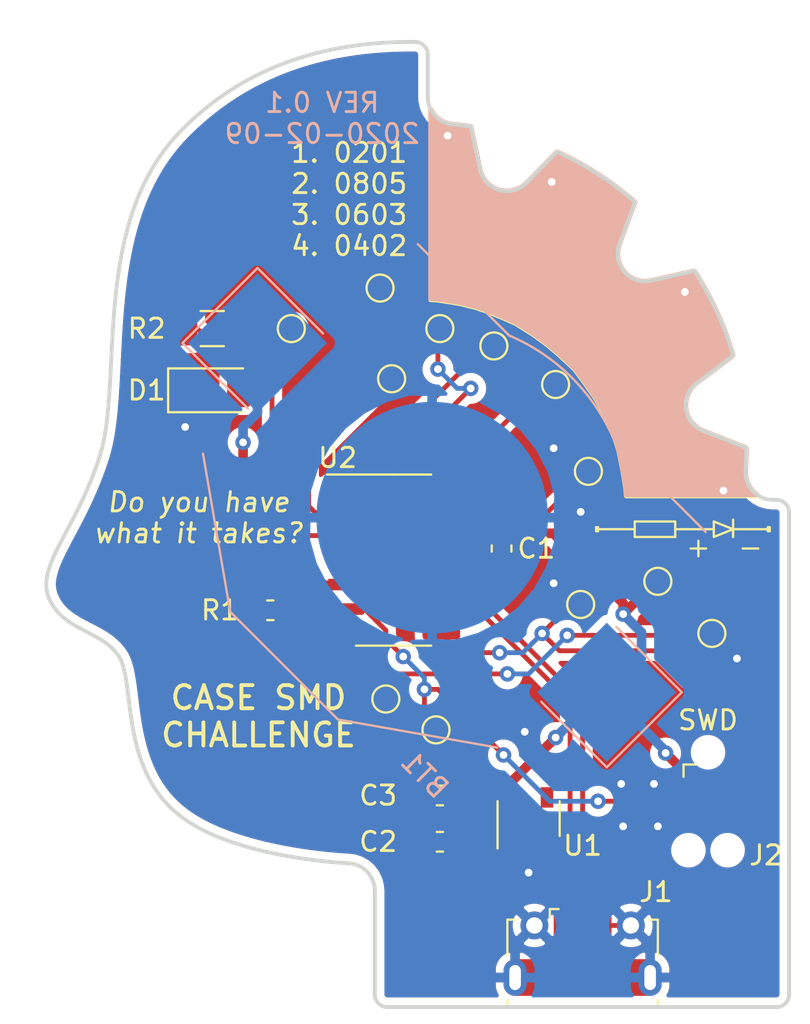
<source format=kicad_pcb>
(kicad_pcb (version 20171130) (host pcbnew "(5.1.5)-3")
  (layers (0 F.Cu signal) (31 B.Cu signal) (34 B.Paste user) (35 F.Paste user) (36 B.SilkS user) (37 F.SilkS user hide) (38 B.Mask user) (39 F.Mask user) (44 Edge.Cuts user))
  (net 0 "")
  (net 1 GND)
  (net 2 +BATT)
  (net 3 "Net-(D1-Pad2)")
  (net 4 "Net-(D2-Pad2)")
  (net 5 "Net-(D3-Pad2)")
  (net 6 "Net-(D4-Pad2)")
  (net 7 "Net-(D5-Pad2)")
  (net 8 /RST)
  (net 9 /LED_1206)
  (net 10 /LED_0805)
  (net 11 /LED_0603)
  (net 12 /LED_0402)
  (net 13 /LED_0201)
  (net 14 /SWDIO)
  (net 15 +5V)
  (net 16 /D+)
  (net 17 /D-)
  (net 18 /PA08)
  (net 19 /SWCLK)
  (net 20 /PA09)
  (module TestPoint:TestPoint_Pad_D1.0mm (layer F.Cu) (at 85.1 93)
    (fp_text reference TP12 hide)
    (fp_text value TestPoint)
    (fp_circle (center 0 0) (end 0 0.7) (layer F.SilkS) (width 0.12))
    (pad 1 smd circle (at 0 0) (size 1 1) (layers F.Cu F.Mask) (net 9 /LED_1206))
  )
  (module TestPoint:TestPoint_Pad_D1.0mm (layer F.Cu) (at 95.6 93.9)
    (fp_text reference TP11 hide)
    (fp_text value TestPoint)
    (fp_circle (center 0 0) (end 0 0.7) (layer F.SilkS) (width 0.12))
    (pad 1 smd circle (at 0 0) (size 1 1) (layers F.Cu F.Mask) (net 10 /LED_0805))
  )
  (module TestPoint:TestPoint_Pad_D1.0mm (layer F.Cu) (at 98.8 95.9)
    (fp_text reference TP10 hide)
    (fp_text value TestPoint)
    (fp_circle (center 0 0) (end 0 0.7) (layer F.SilkS) (width 0.12))
    (pad 1 smd circle (at 0 0) (size 1 1) (layers F.Cu F.Mask) (net 11 /LED_0603))
  )
  (module TestPoint:TestPoint_Pad_D1.0mm (layer F.Cu) (at 100.5 100.4)
    (fp_text reference TP9 hide)
    (fp_text value TestPoint)
    (fp_circle (center 0 0) (end 0 0.7) (layer F.SilkS) (width 0.12))
    (pad 1 smd circle (at 0 0) (size 1 1) (layers F.Cu F.Mask) (net 12 /LED_0402))
  )
  (module TestPoint:TestPoint_Pad_D1.0mm (layer F.Cu) (at 92.8 93)
    (fp_text reference TP8 hide)
    (fp_text value TestPoint)
    (fp_circle (center 0 0) (end 0 0.7) (layer F.SilkS) (width 0.12))
    (pad 1 smd circle (at 0 0) (size 1 1) (layers F.Cu F.Mask) (net 13 /LED_0201))
  )
  (module Connector:Tag-Connect_TC2030-IDC-NL_2x03_P1.27mm_Vertical (layer F.Cu) (at 106.7 117.5 270)
    (fp_text reference J2 (at 2.8 -3 180) (layer F.SilkS))
    (fp_text value Conn_02x03_Counter_Clockwise)
    (fp_line (start -1.27 1.27) (end -1.905 1.27) (layer F.SilkS) (width 0.12))
    (fp_line (start -1.905 1.27) (end -1.905 0.635) (layer F.SilkS) (width 0.12))
    (pad 6 connect circle (at 1.27 -0.635 270) (size 0.7874 0.7874) (layers F.Cu F.Mask))
    (pad 5 connect circle (at 1.27 0.635 270) (size 0.7874 0.7874) (layers F.Cu F.Mask) (net 1 GND))
    (pad 4 connect circle (at 0 -0.635 270) (size 0.7874 0.7874) (layers F.Cu F.Mask) (net 19 /SWCLK))
    (pad 3 connect circle (at 0 0.635 270) (size 0.7874 0.7874) (layers F.Cu F.Mask) (net 8 /RST))
    (pad 2 connect circle (at -1.27 -0.635 270) (size 0.7874 0.7874) (layers F.Cu F.Mask) (net 14 /SWDIO))
    (pad 1 connect circle (at -1.27 0.635 270) (size 0.7874 0.7874) (layers F.Cu F.Mask) (net 2 +BATT))
    (pad "" np_thru_hole circle (at -2.54 0 270) (size 0.9906 0.9906) (drill 0.9906) (layers *.Cu *.Mask))
    (pad "" np_thru_hole circle (at 2.54 1.016 270) (size 0.9906 0.9906) (drill 0.9906) (layers *.Cu *.Mask))
    (pad "" np_thru_hole circle (at 2.54 -1.016 270) (size 0.9906 0.9906) (drill 0.9906) (layers *.Cu *.Mask))
  )
  (module Package_SO:SOIC-14_3.9x8.7mm_P1.27mm (layer F.Cu) (at 90.4 105)
    (fp_text reference U2 (at -2.9 -5.3) (layer F.SilkS))
    (fp_text value ATSAMD11C14A-SS)
    (fp_line (start 0 -4.435) (end -3.45 -4.435) (layer F.SilkS) (width 0.12))
    (fp_line (start 0 -4.435) (end 1.95 -4.435) (layer F.SilkS) (width 0.12))
    (fp_line (start 0 4.435) (end -1.95 4.435) (layer F.SilkS) (width 0.12))
    (fp_line (start 0 4.435) (end 1.95 4.435) (layer F.SilkS) (width 0.12))
    (pad 14 smd roundrect (at 2.475 -3.81) (size 1.95 0.6) (layers F.Cu F.Paste F.Mask) (net 11 /LED_0603))
    (pad 13 smd roundrect (at 2.475 -2.54) (size 1.95 0.6) (layers F.Cu F.Paste F.Mask) (net 12 /LED_0402))
    (pad 12 smd roundrect (at 2.475 -1.27) (size 1.95 0.6) (layers F.Cu F.Paste F.Mask) (net 2 +BATT))
    (pad 11 smd roundrect (at 2.475 0) (size 1.95 0.6) (layers F.Cu F.Paste F.Mask) (net 1 GND))
    (pad 10 smd roundrect (at 2.475 1.27) (size 1.95 0.6) (layers F.Cu F.Paste F.Mask) (net 16 /D+))
    (pad 9 smd roundrect (at 2.475 2.54) (size 1.95 0.6) (layers F.Cu F.Paste F.Mask) (net 17 /D-))
    (pad 8 smd roundrect (at 2.475 3.81) (size 1.95 0.6) (layers F.Cu F.Paste F.Mask) (net 14 /SWDIO))
    (pad 7 smd roundrect (at -2.475 3.81) (size 1.95 0.6) (layers F.Cu F.Paste F.Mask) (net 19 /SWCLK))
    (pad 6 smd roundrect (at -2.475 2.54) (size 1.95 0.6) (layers F.Cu F.Paste F.Mask) (net 8 /RST))
    (pad 5 smd roundrect (at -2.475 1.27) (size 1.95 0.6) (layers F.Cu F.Paste F.Mask) (net 9 /LED_1206))
    (pad 4 smd roundrect (at -2.475 0) (size 1.95 0.6) (layers F.Cu F.Paste F.Mask) (net 13 /LED_0201))
    (pad 3 smd roundrect (at -2.475 -1.27) (size 1.95 0.6) (layers F.Cu F.Paste F.Mask) (net 20 /PA09))
    (pad 2 smd roundrect (at -2.475 -2.54) (size 1.95 0.6) (layers F.Cu F.Paste F.Mask) (net 18 /PA08))
    (pad 1 smd roundrect (at -2.475 -3.81) (size 1.95 0.6) (layers F.Cu F.Paste F.Mask) (net 10 /LED_0805))
  )
  (module Package_TO_SOT_SMD:SOT-23-5 (layer F.Cu) (at 97.4 118.4 90)
    (fp_text reference U1 (at -1.4 2.8 180) (layer F.SilkS))
    (fp_text value LD2981CM33TR)
    (fp_line (start 0.9 -1.61) (end -1.55 -1.61) (layer F.SilkS) (width 0.12))
    (fp_line (start -0.9 1.61) (end 0.9 1.61) (layer F.SilkS) (width 0.12))
    (pad 5 smd rect (at 1.1 -0.95 90) (size 1.06 0.65) (layers F.Cu F.Paste F.Mask) (net 2 +BATT))
    (pad 4 smd rect (at 1.1 0.95 90) (size 1.06 0.65) (layers F.Cu F.Paste F.Mask))
    (pad 3 smd rect (at -1.1 0.95 90) (size 1.06 0.65) (layers F.Cu F.Paste F.Mask) (net 15 +5V))
    (pad 2 smd rect (at -1.1 0 90) (size 1.06 0.65) (layers F.Cu F.Paste F.Mask) (net 1 GND))
    (pad 1 smd rect (at -1.1 -0.95 90) (size 1.06 0.65) (layers F.Cu F.Paste F.Mask) (net 15 +5V))
  )
  (module Connector_USB:USB_Micro-B_Molex-105017-0001 (layer F.Cu) (at 100.2 125.4)
    (fp_text reference J1 (at 3.8 -3.2) (layer F.SilkS))
    (fp_text value USB_B_Micro)
    (fp_line (start -1.7 -2.3125) (end -1.7 -1.8625) (layer F.SilkS) (width 0.12))
    (fp_line (start -1.7 -2.3125) (end -1.25 -2.3125) (layer F.SilkS) (width 0.12))
    (fp_line (start 3.9 -1.7625) (end 3.45 -1.7625) (layer F.SilkS) (width 0.12))
    (fp_line (start 3.9 0.0875) (end 3.9 -1.7625) (layer F.SilkS) (width 0.12))
    (fp_line (start -3.9 2.6375) (end -3.9 2.3875) (layer F.SilkS) (width 0.12))
    (fp_line (start 3.9 2.6375) (end 3.9 2.3875) (layer F.SilkS) (width 0.12))
    (fp_line (start -3.9 0.0875) (end -3.9 -1.7625) (layer F.SilkS) (width 0.12))
    (fp_line (start -3.9 -1.7625) (end -3.45 -1.7625) (layer F.SilkS) (width 0.12))
    (pad 6 smd rect (at -2.9 1.2375) (size 1.2 1.9) (layers F.Cu F.Mask) (net 1 GND))
    (pad 6 smd rect (at 2.9 1.2375) (size 1.2 1.9) (layers F.Cu F.Mask) (net 1 GND))
    (pad 6 thru_hole oval (at 3.5 1.2375) (size 1.2 1.9) (drill oval 0.6 1.3) (layers *.Cu *.Mask) (net 1 GND))
    (pad 6 thru_hole oval (at -3.5 1.2375 180) (size 1.2 1.9) (drill oval 0.6 1.3) (layers *.Cu *.Mask) (net 1 GND))
    (pad 6 smd rect (at -1 1.2375) (size 1.5 1.9) (layers F.Cu F.Paste F.Mask) (net 1 GND))
    (pad 6 thru_hole circle (at 2.5 -1.4625) (size 1.45 1.45) (drill 0.85) (layers *.Cu *.Mask) (net 1 GND))
    (pad 3 smd rect (at 0 -1.4625) (size 0.4 1.35) (layers F.Cu F.Paste F.Mask) (net 16 /D+))
    (pad 4 smd rect (at 0.65 -1.4625) (size 0.4 1.35) (layers F.Cu F.Paste F.Mask))
    (pad 5 smd rect (at 1.3 -1.4625) (size 0.4 1.35) (layers F.Cu F.Paste F.Mask) (net 1 GND))
    (pad 1 smd rect (at -1.3 -1.4625) (size 0.4 1.35) (layers F.Cu F.Paste F.Mask) (net 15 +5V))
    (pad 2 smd rect (at -0.65 -1.4625) (size 0.4 1.35) (layers F.Cu F.Paste F.Mask) (net 17 /D-))
    (pad 6 thru_hole circle (at -2.5 -1.4625) (size 1.45 1.45) (drill 0.85) (layers *.Cu *.Mask) (net 1 GND))
    (pad 6 smd rect (at 1 1.2375) (size 1.5 1.9) (layers F.Cu F.Paste F.Mask) (net 1 GND))
  )
  (module Capacitor_SMD:C_0603_1608Metric (layer F.Cu) (at 92.8 117.2 180)
    (fp_text reference C3 (at 3.2 0) (layer F.SilkS))
    (fp_text value 2.2uF)
    (fp_line (start -0.162779 0.51) (end 0.162779 0.51) (layer F.SilkS) (width 0.12))
    (fp_line (start -0.162779 -0.51) (end 0.162779 -0.51) (layer F.SilkS) (width 0.12))
    (pad 2 smd roundrect (at 0.7875 0 180) (size 0.875 0.95) (layers F.Cu F.Paste F.Mask) (net 1 GND))
    (pad 1 smd roundrect (at -0.7875 0 180) (size 0.875 0.95) (layers F.Cu F.Paste F.Mask) (net 2 +BATT))
  )
  (module TestPoint:TestPoint_Pad_D1.0mm (layer F.Cu) (at 89.7 90.9)
    (fp_text reference TP7 hide)
    (fp_text value TestPoint)
    (fp_circle (center 0 0) (end 0 0.7) (layer F.SilkS) (width 0.12))
    (pad 1 smd circle (at 0 0) (size 1 1) (layers F.Cu F.Mask) (net 20 /PA09))
  )
  (module TestPoint:TestPoint_Pad_D1.0mm (layer F.Cu) (at 100.1 107.3)
    (fp_text reference TP6 hide)
    (fp_text value TestPoint)
    (fp_circle (center 0 0) (end 0 0.7) (layer F.SilkS) (width 0.12))
    (pad 1 smd circle (at 0 0) (size 1 1) (layers F.Cu F.Mask) (net 14 /SWDIO))
  )
  (module TestPoint:TestPoint_Pad_D1.0mm (layer F.Cu) (at 90 112.2)
    (fp_text reference TP5 hide)
    (fp_text value TestPoint)
    (fp_circle (center 0 0) (end 0 0.7) (layer F.SilkS) (width 0.12))
    (pad 1 smd circle (at 0 0) (size 1 1) (layers F.Cu F.Mask) (net 19 /SWCLK))
  )
  (module TestPoint:TestPoint_Pad_D1.0mm (layer F.Cu) (at 90.3 95.6)
    (fp_text reference TP4 hide)
    (fp_text value TestPoint)
    (fp_circle (center 0 0) (end 0 0.7) (layer F.SilkS) (width 0.12))
    (pad 1 smd circle (at 0 0) (size 1 1) (layers F.Cu F.Mask) (net 18 /PA08))
  )
  (module TestPoint:TestPoint_Pad_D1.0mm (layer F.Cu) (at 92.6 113.8)
    (fp_text reference TP3 hide)
    (fp_text value TestPoint)
    (fp_circle (center 0 0) (end 0 0.7) (layer F.SilkS) (width 0.12))
    (pad 1 smd circle (at 0 0) (size 1 1) (layers F.Cu F.Mask) (net 8 /RST))
  )
  (module TestPoint:TestPoint_Pad_D1.0mm (layer F.Cu) (at 106.9 108.8)
    (fp_text reference TP2 hide)
    (fp_text value TestPoint)
    (fp_circle (center 0 0) (end 0 0.7) (layer F.SilkS) (width 0.12))
    (pad 1 smd circle (at 0 0) (size 1 1) (layers F.Cu F.Mask) (net 1 GND))
  )
  (module TestPoint:TestPoint_Pad_D1.0mm (layer F.Cu) (at 104.1 106.1)
    (fp_text reference TP1 hide)
    (fp_text value TestPoint)
    (fp_circle (center 0 0) (end 0 0.7) (layer F.SilkS) (width 0.12))
    (pad 1 smd circle (at 0 0) (size 1 1) (layers F.Cu F.Mask) (net 2 +BATT))
  )
  (module Resistor_SMD:R_0201_0603Metric (layer F.Cu) (at 93.2 88.4 270)
    (fp_text reference R6 hide)
    (fp_text value R)
    (pad 2 smd roundrect (at 0.32 0 270) (size 0.46 0.4) (layers F.Cu F.Mask) (net 13 /LED_0201))
    (pad 1 smd roundrect (at -0.32 0 270) (size 0.46 0.4) (layers F.Cu F.Mask) (net 7 "Net-(D5-Pad2)"))
  )
  (module Resistor_SMD:R_0402_1005Metric (layer F.Cu) (at 104.2 100.4 180)
    (fp_text reference R5 hide)
    (fp_text value R)
    (pad 2 smd roundrect (at 0.485 0 180) (size 0.59 0.64) (layers F.Cu F.Paste F.Mask) (net 12 /LED_0402))
    (pad 1 smd roundrect (at -0.485 0 180) (size 0.59 0.64) (layers F.Cu F.Paste F.Mask) (net 6 "Net-(D4-Pad2)"))
  )
  (module Resistor_SMD:R_0603_1608Metric (layer F.Cu) (at 102.4 94.2 205)
    (fp_text reference R4 hide)
    (fp_text value R)
    (fp_line (start -0.162779 0.51) (end 0.162779 0.51) (layer F.SilkS) (width 0.12))
    (fp_line (start -0.162779 -0.51) (end 0.162779 -0.51) (layer F.SilkS) (width 0.12))
    (pad 2 smd roundrect (at 0.7875 0 205) (size 0.875 0.95) (layers F.Cu F.Paste F.Mask) (net 11 /LED_0603))
    (pad 1 smd roundrect (at -0.7875 0 205) (size 0.875 0.95) (layers F.Cu F.Paste F.Mask) (net 5 "Net-(D3-Pad2)"))
  )
  (module Resistor_SMD:R_0805_2012Metric (layer F.Cu) (at 97.6 90 235)
    (fp_text reference R3 hide)
    (fp_text value R)
    (fp_line (start -0.258578 0.71) (end 0.258578 0.71) (layer F.SilkS) (width 0.12))
    (fp_line (start -0.258578 -0.71) (end 0.258578 -0.71) (layer F.SilkS) (width 0.12))
    (pad 2 smd roundrect (at 0.9375 0 235) (size 0.975 1.4) (layers F.Cu F.Paste F.Mask) (net 10 /LED_0805))
    (pad 1 smd roundrect (at -0.9375 0 235) (size 0.975 1.4) (layers F.Cu F.Paste F.Mask) (net 4 "Net-(D2-Pad2)"))
  )
  (module Resistor_SMD:R_1206_3216Metric (layer F.Cu) (at 81 93)
    (fp_text reference R2 (at -3.4 0) (layer F.SilkS))
    (fp_text value R)
    (fp_line (start -0.602064 0.91) (end 0.602064 0.91) (layer F.SilkS) (width 0.12))
    (fp_line (start -0.602064 -0.91) (end 0.602064 -0.91) (layer F.SilkS) (width 0.12))
    (pad 2 smd roundrect (at 1.4 0) (size 1.25 1.75) (layers F.Cu F.Paste F.Mask) (roundrect_rratio 0.2) (net 9 /LED_1206))
    (pad 1 smd roundrect (at -1.4 0) (size 1.25 1.75) (layers F.Cu F.Paste F.Mask) (roundrect_rratio 0.2) (net 3 "Net-(D1-Pad2)"))
  )
  (module Resistor_SMD:R_0603_1608Metric (layer F.Cu) (at 84.0125 107.6 180)
    (fp_text reference R1 (at 2.6125 0) (layer F.SilkS))
    (fp_text value R)
    (fp_line (start -0.162779 0.51) (end 0.162779 0.51) (layer F.SilkS) (width 0.12))
    (fp_line (start -0.162779 -0.51) (end 0.162779 -0.51) (layer F.SilkS) (width 0.12))
    (pad 2 smd roundrect (at 0.7875 0 180) (size 0.875 0.95) (layers F.Cu F.Paste F.Mask) (net 2 +BATT))
    (pad 1 smd roundrect (at -0.7875 0 180) (size 0.875 0.95) (layers F.Cu F.Paste F.Mask) (net 8 /RST))
  )
  (module LED_SMD:LED_0201_0603Metric (layer F.Cu) (at 93.2 84.4 270)
    (fp_text reference D5 hide)
    (fp_text value LED)
    (fp_circle (center -0.86 0) (end -0.81 0) (layer F.SilkS) (width 0.1))
    (pad 2 smd roundrect (at 0.32 0 270) (size 0.46 0.4) (layers F.Cu F.Mask) (net 7 "Net-(D5-Pad2)"))
    (pad 1 smd roundrect (at -0.32 0 270) (size 0.46 0.4) (layers F.Cu F.Mask) (net 1 GND))
  )
  (module LED_SMD:LED_0402_1005Metric (layer F.Cu) (at 107 100.4 180)
    (fp_text reference D4 hide)
    (fp_text value LED)
    (fp_circle (center -1.09 0) (end -1.04 0) (layer F.SilkS) (width 0.1))
    (pad 2 smd roundrect (at 0.485 0 180) (size 0.59 0.64) (layers F.Cu F.Paste F.Mask) (net 6 "Net-(D4-Pad2)"))
    (pad 1 smd roundrect (at -0.485 0 180) (size 0.59 0.64) (layers F.Cu F.Paste F.Mask) (net 1 GND))
  )
  (module LED_SMD:LED_0603_1608Metric (layer F.Cu) (at 105.4 92.8 205)
    (fp_text reference D3 hide)
    (fp_text value LED)
    (fp_line (start -1.485 0.735) (end 0.8 0.735) (layer F.SilkS) (width 0.12))
    (fp_line (start -1.485 -0.735) (end -1.485 0.735) (layer F.SilkS) (width 0.12))
    (fp_line (start 0.8 -0.735) (end -1.485 -0.735) (layer F.SilkS) (width 0.12))
    (pad 2 smd roundrect (at 0.7875 0 205) (size 0.875 0.95) (layers F.Cu F.Paste F.Mask) (net 5 "Net-(D3-Pad2)"))
    (pad 1 smd roundrect (at -0.7875 0 205) (size 0.875 0.95) (layers F.Cu F.Paste F.Mask) (net 1 GND))
  )
  (module LED_SMD:LED_0805_2012Metric (layer F.Cu) (at 99.6 87.2 235)
    (fp_text reference D2 hide)
    (fp_text value LED)
    (fp_line (start -1.685 0.96) (end 1 0.96) (layer F.SilkS) (width 0.12))
    (fp_line (start -1.685 -0.96) (end -1.685 0.96) (layer F.SilkS) (width 0.12))
    (fp_line (start 1 -0.96) (end -1.685 -0.96) (layer F.SilkS) (width 0.12))
    (pad 2 smd roundrect (at 0.9375 0 235) (size 0.975 1.4) (layers F.Cu F.Paste F.Mask) (net 4 "Net-(D2-Pad2)"))
    (pad 1 smd roundrect (at -0.9375 0 235) (size 0.975 1.4) (layers F.Cu F.Paste F.Mask) (net 1 GND))
  )
  (module LED_SMD:LED_1206_3216Metric (layer F.Cu) (at 81 96.2)
    (fp_text reference D1 (at -3.4 0) (layer F.SilkS))
    (fp_text value LED)
    (fp_line (start -2.285 1.135) (end 1.6 1.135) (layer F.SilkS) (width 0.12))
    (fp_line (start -2.285 -1.135) (end -2.285 1.135) (layer F.SilkS) (width 0.12))
    (fp_line (start 1.6 -1.135) (end -2.285 -1.135) (layer F.SilkS) (width 0.12))
    (pad 2 smd roundrect (at 1.4 0) (size 1.25 1.75) (layers F.Cu F.Paste F.Mask) (roundrect_rratio 0.2) (net 3 "Net-(D1-Pad2)"))
    (pad 1 smd roundrect (at -1.4 0) (size 1.25 1.75) (layers F.Cu F.Paste F.Mask) (roundrect_rratio 0.2) (net 1 GND))
  )
  (module Capacitor_SMD:C_0603_1608Metric (layer F.Cu) (at 92.8 119.6 180)
    (fp_text reference C2 (at 3.2 0 180) (layer F.SilkS))
    (fp_text value 1uF)
    (fp_line (start -0.162779 0.51) (end 0.162779 0.51) (layer F.SilkS) (width 0.12))
    (fp_line (start -0.162779 -0.51) (end 0.162779 -0.51) (layer F.SilkS) (width 0.12))
    (pad 2 smd roundrect (at 0.7875 0 180) (size 0.875 0.95) (layers F.Cu F.Paste F.Mask) (net 1 GND))
    (pad 1 smd roundrect (at -0.7875 0 180) (size 0.875 0.95) (layers F.Cu F.Paste F.Mask) (net 15 +5V))
  )
  (module Capacitor_SMD:C_0603_1608Metric (layer F.Cu) (at 96 104.4 270)
    (fp_text reference C1 (at 0 -1.8) (layer F.SilkS))
    (fp_text value 100nF)
    (fp_line (start -0.162779 0.51) (end 0.162779 0.51) (layer F.SilkS) (width 0.12))
    (fp_line (start -0.162779 -0.51) (end 0.162779 -0.51) (layer F.SilkS) (width 0.12))
    (pad 2 smd roundrect (at 0.7875 0 270) (size 0.875 0.95) (layers F.Cu F.Paste F.Mask) (net 1 GND))
    (pad 1 smd roundrect (at -0.7875 0 270) (size 0.875 0.95) (layers F.Cu F.Paste F.Mask) (net 2 +BATT))
  )
  (module Battery:BatteryHolder_Keystone_3002_1x2032 (layer B.Cu) (at 92.4 102.8 135)
    (fp_text reference BT1 (at -9.15 -9.7 315) (layer B.SilkS) (effects (justify mirror)))
    (fp_text value CR2032)
    (fp_line (start 15.55 2.75) (end 10.75 2.75) (layer B.SilkS) (width 0.12))
    (fp_line (start 15.55 -2.75) (end 15.55 2.75) (layer B.SilkS) (width 0.12))
    (fp_line (start 10.75 -2.75) (end 15.55 -2.75) (layer B.SilkS) (width 0.12))
    (fp_line (start -15.55 -2.75) (end -10.75 -2.75) (layer B.SilkS) (width 0.12))
    (fp_line (start -15.55 2.75) (end -15.55 -2.75) (layer B.SilkS) (width 0.12))
    (fp_line (start -10.75 2.75) (end -15.55 2.75) (layer B.SilkS) (width 0.12))
    (fp_line (start 10.55 9.5) (end 3.85 9.5) (layer B.SilkS) (width 0.12))
    (fp_arc (start 0 0) (end 3.85 9.5) (angle 44.1) (layer B.SilkS) (width 0.12))
    (fp_line (start -10.55 9.5) (end -3.85 9.5) (layer B.SilkS) (width 0.12))
    (fp_line (start 3.95 -10.85) (end 10.75 -6.05) (layer B.SilkS) (width 0.12))
    (fp_line (start -3.95 -10.85) (end 3.95 -10.85) (layer B.SilkS) (width 0.12))
    (fp_line (start -10.8 -6.05) (end -3.95 -10.85) (layer B.SilkS) (width 0.12))
    (pad 1 smd rect (at 12.8 0 135) (size 5.1 5.1) (layers B.Cu B.Paste B.Mask) (net 2 +BATT))
    (pad 1 smd rect (at -12.8 0 135) (size 5.1 5.1) (layers B.Cu B.Paste B.Mask) (net 2 +BATT))
    (pad 2 smd circle (at 0 0 135) (size 12 12) (layers B.Cu B.Mask) (net 1 GND))
  )
  (gr_line (start 108.5 104.4) (end 109.3 104.4) (layer F.SilkS) (width 0.12))
  (gr_line (start 106.2 104.7) (end 106.2 104.8) (layer F.SilkS) (width 0.12))
  (gr_line (start 105.8 104.4) (end 106.6 104.4) (layer F.SilkS) (width 0.12))
  (gr_line (start 106.2 104) (end 106.2 104.7) (layer F.SilkS) (width 0.12))
  (gr_line (start 101 103.5) (end 101 103.4) (layer F.SilkS) (width 0.12))
  (gr_line (start 100.9 103.5) (end 101 103.5) (layer F.SilkS) (width 0.12))
  (gr_line (start 100.9 103.4) (end 100.9 103.5) (layer F.SilkS) (width 0.12))
  (gr_line (start 100.9 103.3) (end 100.9 103.4) (layer F.SilkS) (width 0.12))
  (gr_line (start 101 103.3) (end 100.9 103.3) (layer F.SilkS) (width 0.12))
  (gr_line (start 101 103.4) (end 101 103.3) (layer F.SilkS) (width 0.12))
  (gr_line (start 109.8 103.5) (end 109.8 103.4) (layer F.SilkS) (width 0.12))
  (gr_line (start 109.9 103.5) (end 109.8 103.5) (layer F.SilkS) (width 0.12))
  (gr_line (start 109.9 103.3) (end 109.9 103.5) (layer F.SilkS) (width 0.12))
  (gr_line (start 109.8 103.3) (end 109.9 103.3) (layer F.SilkS) (width 0.12))
  (gr_line (start 109.8 103.4) (end 109.8 103.3) (layer F.SilkS) (width 0.12))
  (gr_line (start 108 103.4) (end 109.8 103.4) (layer F.SilkS) (width 0.12))
  (gr_line (start 108 103.8) (end 108 103.4) (layer F.SilkS) (width 0.12))
  (gr_line (start 108 102.9) (end 108 103.8) (layer F.SilkS) (width 0.12))
  (gr_line (start 107 103.8) (end 107 103.4) (layer F.SilkS) (width 0.12))
  (gr_line (start 108 103.4) (end 107 103.8) (layer F.SilkS) (width 0.12))
  (gr_line (start 107 103) (end 108 103.4) (layer F.SilkS) (width 0.12))
  (gr_line (start 107 103.4) (end 107 103) (layer F.SilkS) (width 0.12))
  (gr_line (start 105 103.4) (end 107 103.4) (layer F.SilkS) (width 0.12))
  (gr_line (start 102.9 103.8) (end 102.9 103.4) (layer F.SilkS) (width 0.12))
  (gr_line (start 105 103.8) (end 102.9 103.8) (layer F.SilkS) (width 0.12))
  (gr_line (start 105 103) (end 105 103.8) (layer F.SilkS) (width 0.12))
  (gr_line (start 102.9 103) (end 105 103) (layer F.SilkS) (width 0.12))
  (gr_line (start 102.9 103.4) (end 102.9 103) (layer F.SilkS) (width 0.12))
  (gr_line (start 101 103.4) (end 102.9 103.4) (layer F.SilkS) (width 0.12))
  (gr_text SWD (at 106.7 113.3) (layer F.SilkS) (effects (font (size 1 1))))
  (gr_text "Do you have\nwhat it takes?" (at 80.3 102.8) (layer F.SilkS) (effects (font (size 1 1) (thickness 0.15) italic)))
  (gr_text "REV 0.1\n2020-02-09" (at 86.7 82.1) (layer B.SilkS) (effects (font (size 1 1)) (justify mirror)))
  (gr_text "CASE SMD\nCHALLENGE" (at 83.4 113.1) (layer F.SilkS) (effects (font (size 1.2 1.2) (thickness 0.2))))
  (gr_text "1. 0201\n2. 0805\n3. 0603\n4. 0402" (at 88.1 86.3) (layer F.SilkS) (effects (font (size 1 1))))
  (gr_line (start 92.174229 80.996743) (end 92.174229 78.792424) (layer Edge.Cuts) (width 0.2))
  (gr_arc (start 90.076583 127.517275) (end 89.426583 127.517275) (angle -90) (layer Edge.Cuts) (width 0.2))
  (gr_curve (pts (xy 72.553198 107.004328) (xy 73.294028 108.709146) (xy 75.346513 108.637314) (xy 76.187908 110.033251)) (layer Edge.Cuts) (width 0.2))
  (gr_curve (pts (xy 91.530428 78.142454) (xy 86.502935 78.094499) (xy 82.462894 79.618038) (xy 79.410301 82.71307)) (layer Edge.Cuts) (width 0.2))
  (gr_curve (pts (xy 79.410301 82.71307) (xy 74.637573 87.552152) (xy 76.428751 95.694598) (xy 75.16837 99.621414)) (layer Edge.Cuts) (width 0.2))
  (gr_arc (start 91.524229 78.792424) (end 92.174229 78.792424) (angle -89.4535069) (layer Edge.Cuts) (width 0.2))
  (gr_curve (pts (xy 108.643236 100.353029) (xy 108.669306 99.967703) (xy 108.682556 99.578812) (xy 108.682556 99.18679)) (layer Edge.Cuts) (width 0.2))
  (gr_arc (start 110.252098 102.529559) (end 110.902098 102.529559) (angle -90) (layer Edge.Cuts) (width 0.2))
  (gr_line (start 110.902098 127.517275) (end 110.902098 102.529559) (layer Edge.Cuts) (width 0.2))
  (gr_line (start 89.426583 122.141201) (end 89.426583 127.517275) (layer Edge.Cuts) (width 0.2))
  (gr_curve (pts (xy 76.187908 110.033251) (xy 77.029303 111.429191) (xy 76.172584 115.886619) (xy 79.410301 118.313591)) (layer Edge.Cuts) (width 0.2))
  (gr_line (start 110.252098 101.879559) (end 110.069974 101.879559) (layer Edge.Cuts) (width 0.2))
  (gr_curve (pts (xy 75.16837 99.621414) (xy 73.907989 103.548229) (xy 71.812369 105.299509) (xy 72.553198 107.004328)) (layer Edge.Cuts) (width 0.2))
  (gr_curve (pts (xy 79.410301 118.313591) (xy 82.310674 120.487689) (xy 88.052479 120.712293) (xy 88.052479 120.712295)) (layer Edge.Cuts) (width 0.2))
  (gr_arc (start 110.069974 100.449559) (end 108.643236 100.353029) (angle -93.87061426) (layer Edge.Cuts) (width 0.2))
  (gr_arc (start 110.252098 127.517275) (end 110.252098 128.167275) (angle -90) (layer Edge.Cuts) (width 0.2))
  (gr_line (start 90.076583 128.167275) (end 110.252098 128.167275) (layer Edge.Cuts) (width 0.2))
  (gr_arc (start 87.996584 122.141201) (end 89.426583 122.141201) (angle -87.75988116) (layer Edge.Cuts) (width 0.2))
  (gr_curve (pts (xy 94.406103 82.527415) (xy 94.100516 82.483616) (xy 93.792257 82.448223) (xy 93.481562 82.421472)) (layer Edge.Cuts) (width 0.2))
  (gr_arc (start 96.274401 84.444687) (end 94.875499 84.741288) (angle -123.5306169) (layer Edge.Cuts) (width 0.2))
  (gr_line (start 98.876106 83.837298) (end 97.294374 85.446961) (layer Edge.Cuts) (width 0.2))
  (gr_line (start 105.99827 90.016577) (end 103.754928 90.517187) (layer Edge.Cuts) (width 0.2))
  (gr_curve (pts (xy 102.913471 86.443949) (xy 101.70655 85.389858) (xy 100.348279 84.508346) (xy 98.876106 83.837298)) (layer Edge.Cuts) (width 0.2))
  (gr_arc (start 106.968857 96.966396) (end 106.108716 95.824004) (angle -121.7322701) (layer Edge.Cuts) (width 0.2))
  (gr_arc (start 103.443479 89.121516) (end 102.103146 88.623111) (angle -122.9774133) (layer Edge.Cuts) (width 0.2))
  (gr_line (start 106.108716 95.824004) (end 108 94.4) (layer Edge.Cuts) (width 0.2))
  (gr_curve (pts (xy 108.682556 99.18679) (xy 108.682556 99.174902) (xy 107.938247 98.878905) (xy 106.449627 98.298799)) (layer Edge.Cuts) (width 0.2))
  (gr_arc (start 93.604229 80.996743) (end 92.174229 80.996743) (angle -85.07907121) (layer Edge.Cuts) (width 0.2))
  (gr_line (start 102.103146 88.623111) (end 102.913471 86.443949) (layer Edge.Cuts) (width 0.2))
  (gr_line (start 94.875499 84.741288) (end 94.406103 82.527415) (layer Edge.Cuts) (width 0.2))
  (gr_curve (pts (xy 108 94.4) (xy 107.540705 92.831021) (xy 106.861407 91.357683) (xy 105.99827 90.016577)) (layer Edge.Cuts) (width 0.2))
  (via (at 93.2 83) (size 0.8) (drill 0.4) (layers F.Cu B.Cu) (net 1))
  (via (at 98.6 85.4) (size 0.8) (drill 0.4) (layers F.Cu B.Cu) (net 1))
  (via (at 105.5 91.1) (size 0.8) (drill 0.4) (layers F.Cu B.Cu) (net 1))
  (via (at 107.5 101.4) (size 0.8) (drill 0.4) (layers F.Cu B.Cu) (net 1))
  (segment (start 105.8 91.8) (end 105.5 91.1) (width 0.5) (layer F.Cu) (net 1))
  (segment (start 106.113717 92.467188) (end 105.8 91.8) (width 0.5) (layer F.Cu) (net 1))
  (segment (start 107.485 101.385) (end 107.5 101.4) (width 0.5) (layer F.Cu) (net 1))
  (segment (start 107.485 100.4) (end 107.485 101.385) (width 0.5) (layer F.Cu) (net 1))
  (segment (start 99.2 85.8) (end 100.137728 86.432045) (width 0.5) (layer F.Cu) (net 1))
  (segment (start 98.6 85.4) (end 99.2 85.8) (width 0.5) (layer F.Cu) (net 1))
  (segment (start 93.2 83) (end 93.2 84.03999) (width 0.5) (layer F.Cu) (net 1))
  (segment (start 99.2 126.6375) (end 96.7 126.6375) (width 0.5) (layer F.Cu) (net 1))
  (segment (start 101.2 126.6375) (end 103.7 126.6375) (width 0.5) (layer F.Cu) (net 1))
  (via (at 104.1 118.8) (size 0.8) (drill 0.4) (layers F.Cu B.Cu) (net 1))
  (segment (start 106.065 118.77) (end 104.13 118.77) (width 0.5) (layer F.Cu) (net 1))
  (segment (start 104.13 118.77) (end 104.1 118.8) (width 0.5) (layer F.Cu) (net 1))
  (via (at 97.4 121.2) (size 0.8) (drill 0.4) (layers F.Cu B.Cu) (net 1))
  (segment (start 97.4 119.5) (end 97.4 121.2) (width 0.5) (layer F.Cu) (net 1))
  (segment (start 101.5 123.9375) (end 102.7 123.9375) (width 0.25) (layer F.Cu) (net 1))
  (segment (start 92.0125 119.6) (end 92.0125 117.2) (width 0.5) (layer F.Cu) (net 1))
  (segment (start 95.8125 105) (end 96 105.1875) (width 0.5) (layer F.Cu) (net 1))
  (segment (start 92.875 105) (end 95.8125 105) (width 0.5) (layer F.Cu) (net 1))
  (via (at 98.7 106.2) (size 0.8) (drill 0.4) (layers F.Cu B.Cu) (net 1))
  (segment (start 96 105.1875) (end 97.6875 105.1875) (width 0.5) (layer F.Cu) (net 1))
  (segment (start 97.6875 105.1875) (end 98.7 106.2) (width 0.5) (layer F.Cu) (net 1))
  (via (at 79.6 98.1) (size 0.8) (drill 0.4) (layers F.Cu B.Cu) (net 1))
  (segment (start 79.6 96.2) (end 79.6 98.1) (width 0.5) (layer F.Cu) (net 1))
  (via (at 108.2 110.1) (size 0.8) (drill 0.4) (layers F.Cu B.Cu) (net 1))
  (segment (start 106.9 108.8) (end 108.2 110.1) (width 0.5) (layer F.Cu) (net 1))
  (via (at 102.3 118.8) (size 0.8) (drill 0.4) (layers F.Cu B.Cu) (net 1))
  (via (at 102.2 116.6) (size 0.8) (drill 0.4) (layers F.Cu B.Cu) (net 1))
  (via (at 103.9 116.6) (size 0.8) (drill 0.4) (layers F.Cu B.Cu) (net 1))
  (via (at 97.2 113.9) (size 0.8) (drill 0.4) (layers F.Cu B.Cu) (net 1))
  (via (at 100.1 102.5) (size 0.8) (drill 0.4) (layers F.Cu B.Cu) (net 1))
  (via (at 98.7 99.2) (size 0.8) (drill 0.4) (layers F.Cu B.Cu) (net 1))
  (segment (start 96.35 117.2) (end 96.45 117.3) (width 0.5) (layer F.Cu) (net 2))
  (segment (start 93.5875 117.2) (end 96.35 117.2) (width 0.5) (layer F.Cu) (net 2))
  (segment (start 95.8825 103.73) (end 96 103.6125) (width 0.5) (layer F.Cu) (net 2))
  (segment (start 92.875 103.73) (end 95.8825 103.73) (width 0.5) (layer F.Cu) (net 2))
  (via (at 102.3 107.8) (size 0.8) (drill 0.4) (layers F.Cu B.Cu) (net 2))
  (segment (start 103.254089 108.754089) (end 102.3 107.8) (width 0.5) (layer B.Cu) (net 2))
  (segment (start 101.450967 111.850967) (end 103.254089 110.047845) (width 0.5) (layer B.Cu) (net 2))
  (segment (start 103.254089 110.047845) (end 103.254089 108.754089) (width 0.5) (layer B.Cu) (net 2))
  (segment (start 96.475 103.6125) (end 96 103.6125) (width 0.5) (layer F.Cu) (net 2))
  (segment (start 102.3 107.234315) (end 98.678185 103.6125) (width 0.5) (layer F.Cu) (net 2))
  (segment (start 98.678185 103.6125) (end 96.475 103.6125) (width 0.5) (layer F.Cu) (net 2))
  (segment (start 102.3 107.8) (end 102.3 107.234315) (width 0.5) (layer F.Cu) (net 2))
  (via (at 104.5 115) (size 0.8) (drill 0.4) (layers F.Cu B.Cu) (net 2))
  (segment (start 106.065 116.23) (end 105.73 116.23) (width 0.5) (layer F.Cu) (net 2))
  (segment (start 105.73 116.23) (end 104.5 115) (width 0.5) (layer F.Cu) (net 2))
  (segment (start 104.5 114.9) (end 101.450967 111.850967) (width 0.5) (layer B.Cu) (net 2))
  (segment (start 104.5 115) (end 104.5 114.9) (width 0.5) (layer B.Cu) (net 2))
  (segment (start 83.225 108.075) (end 90.45 115.3) (width 0.5) (layer F.Cu) (net 2))
  (segment (start 83.225 107.6) (end 83.225 108.075) (width 0.5) (layer F.Cu) (net 2))
  (segment (start 93.5875 116.725) (end 93.5875 117.2) (width 0.5) (layer F.Cu) (net 2))
  (segment (start 92.1625 115.3) (end 93.5875 116.725) (width 0.5) (layer F.Cu) (net 2))
  (segment (start 90.45 115.3) (end 92.1625 115.3) (width 0.5) (layer F.Cu) (net 2))
  (segment (start 101.149033 111.850967) (end 101.450967 111.850967) (width 0.5) (layer B.Cu) (net 2))
  (segment (start 98.8 114.2) (end 101.149033 111.850967) (width 0.5) (layer B.Cu) (net 2))
  (segment (start 96.45 116.55) (end 96.45 117.3) (width 0.5) (layer F.Cu) (net 2))
  (via (at 98.8 114.2) (size 0.8) (drill 0.4) (layers F.Cu B.Cu) (net 2))
  (segment (start 98.8 114.2) (end 96.45 116.55) (width 0.5) (layer F.Cu) (net 2))
  (segment (start 104 106.1) (end 102.3 107.8) (width 0.5) (layer F.Cu) (net 2))
  (segment (start 104.1 106.1) (end 104 106.1) (width 0.5) (layer F.Cu) (net 2))
  (segment (start 82.6 98.104311) (end 82.6 98.9) (width 0.5) (layer B.Cu) (net 2))
  (segment (start 83.349033 93.749033) (end 83.349033 97.355278) (width 0.5) (layer B.Cu) (net 2))
  (via (at 82.6 98.9) (size 0.8) (drill 0.4) (layers F.Cu B.Cu) (net 2))
  (segment (start 83.349033 97.355278) (end 82.6 98.104311) (width 0.5) (layer B.Cu) (net 2))
  (segment (start 82.7875 107.6) (end 83.225 107.6) (width 0.5) (layer F.Cu) (net 2))
  (segment (start 82.6 107.4125) (end 82.7875 107.6) (width 0.5) (layer F.Cu) (net 2))
  (segment (start 82.6 98.9) (end 82.6 107.4125) (width 0.5) (layer F.Cu) (net 2))
  (segment (start 82.4 95.325) (end 82.4 96.2) (width 0.25) (layer F.Cu) (net 3))
  (segment (start 80.225 93) (end 82.4 95.175) (width 0.25) (layer F.Cu) (net 3))
  (segment (start 82.4 95.175) (end 82.4 95.325) (width 0.25) (layer F.Cu) (net 3))
  (segment (start 79.6 93) (end 80.225 93) (width 0.25) (layer F.Cu) (net 3))
  (segment (start 98.6 88.6) (end 99.062272 87.967955) (width 0.25) (layer F.Cu) (net 4))
  (segment (start 98.137728 89.232045) (end 98.6 88.6) (width 0.25) (layer F.Cu) (net 4))
  (segment (start 103.9 93.5) (end 104.686283 93.132812) (width 0.25) (layer F.Cu) (net 5))
  (segment (start 103.113717 93.867188) (end 103.9 93.5) (width 0.25) (layer F.Cu) (net 5))
  (segment (start 104.685 100.4) (end 106.515 100.4) (width 0.25) (layer F.Cu) (net 6))
  (segment (start 93.2 84.95) (end 93.2 88.08) (width 0.25) (layer F.Cu) (net 7))
  (segment (start 93.2 84.72) (end 93.2 84.95) (width 0.25) (layer F.Cu) (net 7))
  (segment (start 84.86 107.54) (end 84.8 107.6) (width 0.25) (layer F.Cu) (net 8))
  (segment (start 87.925 107.54) (end 84.86 107.54) (width 0.25) (layer F.Cu) (net 8))
  (segment (start 106.065 117.5) (end 104.326998 117.5) (width 0.25) (layer F.Cu) (net 8))
  (via (at 96.1 115.1) (size 0.8) (drill 0.4) (layers F.Cu B.Cu) (net 8))
  (segment (start 96.1 115.1) (end 92.7 111.7) (width 0.25) (layer F.Cu) (net 8))
  (via (at 92 111.7) (size 0.8) (drill 0.4) (layers F.Cu B.Cu) (net 8))
  (segment (start 92.7 111.7) (end 92 111.7) (width 0.25) (layer F.Cu) (net 8))
  (via (at 90.9 110) (size 0.8) (drill 0.4) (layers F.Cu B.Cu) (net 8))
  (segment (start 92 111.7) (end 92 111.1) (width 0.25) (layer B.Cu) (net 8))
  (segment (start 92 111.1) (end 90.9 110) (width 0.25) (layer B.Cu) (net 8))
  (segment (start 90.9 110) (end 90 109.1) (width 0.25) (layer F.Cu) (net 8))
  (segment (start 88.9 107.54) (end 87.925 107.54) (width 0.25) (layer F.Cu) (net 8))
  (segment (start 90 108.64) (end 88.9 107.54) (width 0.25) (layer F.Cu) (net 8))
  (segment (start 90 109.1) (end 90 108.64) (width 0.25) (layer F.Cu) (net 8))
  (via (at 101 117.5) (size 0.8) (drill 0.4) (layers F.Cu B.Cu) (net 8))
  (segment (start 104.326998 117.5) (end 101 117.5) (width 0.25) (layer F.Cu) (net 8))
  (segment (start 98.5 117.5) (end 96.1 115.1) (width 0.25) (layer B.Cu) (net 8))
  (segment (start 101 117.5) (end 98.5 117.5) (width 0.25) (layer B.Cu) (net 8))
  (segment (start 92.6 113.8) (end 92 113.2) (width 0.25) (layer F.Cu) (net 8))
  (segment (start 92 113.2) (end 92 112.6) (width 0.25) (layer F.Cu) (net 8))
  (segment (start 92 112.6) (end 92 111.7) (width 0.25) (layer F.Cu) (net 8))
  (segment (start 82.4 93) (end 85.1 93) (width 0.25) (layer F.Cu) (net 9))
  (segment (start 86.95 106.27) (end 84.1 103.42) (width 0.25) (layer F.Cu) (net 9))
  (segment (start 87.925 106.27) (end 86.95 106.27) (width 0.25) (layer F.Cu) (net 9))
  (segment (start 84.1 94) (end 85.1 93) (width 0.25) (layer F.Cu) (net 9))
  (segment (start 84.1 103.42) (end 84.1 94) (width 0.25) (layer F.Cu) (net 9))
  (segment (start 96.2 92.5) (end 97.062272 90.767955) (width 0.25) (layer F.Cu) (net 10))
  (segment (start 95.6 93.9) (end 96.2 92.5) (width 0.25) (layer F.Cu) (net 10))
  (segment (start 95.215 93.9) (end 95.6 93.9) (width 0.25) (layer F.Cu) (net 10))
  (segment (start 87.925 101.19) (end 95.215 93.9) (width 0.25) (layer F.Cu) (net 10))
  (segment (start 100.319095 95.2) (end 101.686283 94.532812) (width 0.25) (layer F.Cu) (net 11))
  (segment (start 98.8 95.9) (end 100.319095 95.2) (width 0.25) (layer F.Cu) (net 11))
  (segment (start 98.165 95.9) (end 98.8 95.9) (width 0.25) (layer F.Cu) (net 11))
  (segment (start 92.875 101.19) (end 98.165 95.9) (width 0.25) (layer F.Cu) (net 11))
  (segment (start 100.5 100.4) (end 103.715 100.4) (width 0.25) (layer F.Cu) (net 12))
  (segment (start 98.44 102.46) (end 100.5 100.4) (width 0.25) (layer F.Cu) (net 12))
  (segment (start 92.875 102.46) (end 98.44 102.46) (width 0.25) (layer F.Cu) (net 12))
  (segment (start 93.2 92.6) (end 92.8 93) (width 0.25) (layer F.Cu) (net 13))
  (segment (start 93.2 88.72) (end 93.2 92.6) (width 0.25) (layer F.Cu) (net 13))
  (segment (start 87.925 105) (end 89.1 105) (width 0.25) (layer F.Cu) (net 13))
  (segment (start 89.1 105) (end 89.22501 104.87499) (width 0.25) (layer F.Cu) (net 13))
  (segment (start 89.22501 104.87499) (end 89.9 104.2) (width 0.25) (layer F.Cu) (net 13))
  (segment (start 89.9 104.2) (end 89.9 100.6) (width 0.25) (layer F.Cu) (net 13))
  (via (at 94.4 96.1) (size 0.8) (drill 0.4) (layers F.Cu B.Cu) (net 13))
  (segment (start 89.9 100.6) (end 94.4 96.1) (width 0.25) (layer F.Cu) (net 13))
  (via (at 92.7 95.1) (size 0.8) (drill 0.4) (layers F.Cu B.Cu) (net 13))
  (segment (start 94.4 96.1) (end 93.7 96.1) (width 0.25) (layer B.Cu) (net 13))
  (segment (start 93.7 96.1) (end 92.7 95.1) (width 0.25) (layer B.Cu) (net 13))
  (segment (start 92.7 93.1) (end 92.8 93) (width 0.25) (layer F.Cu) (net 13))
  (segment (start 92.7 95.1) (end 92.7 93.1) (width 0.25) (layer F.Cu) (net 13))
  (segment (start 107.335 116.23) (end 108.07 116.23) (width 0.25) (layer F.Cu) (net 14))
  (segment (start 108.07 116.23) (end 108.4 115.9) (width 0.25) (layer F.Cu) (net 14))
  (segment (start 108.4 115.9) (end 108.4 115.445954) (width 0.25) (layer F.Cu) (net 14))
  (segment (start 108.4 115.445954) (end 108.4 113.9) (width 0.25) (layer F.Cu) (net 14))
  (segment (start 108.4 113.9) (end 104.2 109.7) (width 0.25) (layer F.Cu) (net 14))
  (via (at 98.1 108.8) (size 0.8) (drill 0.4) (layers F.Cu B.Cu) (net 14))
  (segment (start 104.2 109.7) (end 99 109.7) (width 0.25) (layer F.Cu) (net 14))
  (segment (start 99 109.7) (end 98.1 108.8) (width 0.25) (layer F.Cu) (net 14))
  (segment (start 93.865 109.8) (end 92.875 108.81) (width 0.25) (layer F.Cu) (net 14))
  (via (at 95.9 109.8) (size 0.8) (drill 0.4) (layers F.Cu B.Cu) (net 14))
  (segment (start 95.9 109.8) (end 93.865 109.8) (width 0.25) (layer F.Cu) (net 14))
  (segment (start 97.1 109.8) (end 98.1 108.8) (width 0.25) (layer B.Cu) (net 14))
  (segment (start 95.9 109.8) (end 97.1 109.8) (width 0.25) (layer B.Cu) (net 14))
  (segment (start 99.6 107.3) (end 100.1 107.3) (width 0.25) (layer F.Cu) (net 14))
  (segment (start 98.1 108.8) (end 99.6 107.3) (width 0.25) (layer F.Cu) (net 14))
  (segment (start 96.35 119.6) (end 96.45 119.5) (width 0.25) (layer F.Cu) (net 15))
  (segment (start 93.5875 119.6) (end 96.35 119.6) (width 0.25) (layer F.Cu) (net 15))
  (segment (start 98.274999 118.644999) (end 98.35 118.72) (width 0.25) (layer F.Cu) (net 15))
  (segment (start 96.45 118.72) (end 96.525001 118.644999) (width 0.25) (layer F.Cu) (net 15))
  (segment (start 98.35 118.72) (end 98.35 119.5) (width 0.25) (layer F.Cu) (net 15))
  (segment (start 96.525001 118.644999) (end 98.274999 118.644999) (width 0.25) (layer F.Cu) (net 15))
  (segment (start 96.45 119.5) (end 96.45 118.72) (width 0.25) (layer F.Cu) (net 15))
  (segment (start 98.9 120.05) (end 98.35 119.5) (width 0.25) (layer F.Cu) (net 15))
  (segment (start 98.9 123.9375) (end 98.9 120.05) (width 0.25) (layer F.Cu) (net 15))
  (segment (start 94.10641 106.27) (end 93.85 106.27) (width 0.25) (layer F.Cu) (net 16))
  (segment (start 100.2 112.36359) (end 94.10641 106.27) (width 0.25) (layer F.Cu) (net 16))
  (segment (start 93.85 106.27) (end 92.875 106.27) (width 0.25) (layer F.Cu) (net 16))
  (segment (start 100.2 123.9375) (end 100.2 112.36359) (width 0.25) (layer F.Cu) (net 16))
  (segment (start 99.55 123.9375) (end 99.55 112.35) (width 0.25) (layer F.Cu) (net 17))
  (segment (start 94.74 107.54) (end 92.875 107.54) (width 0.25) (layer F.Cu) (net 17))
  (segment (start 99.55 112.35) (end 94.74 107.54) (width 0.25) (layer F.Cu) (net 17))
  (segment (start 87.625 102.76) (end 86.56 102.76) (width 0.25) (layer F.Cu) (net 18))
  (segment (start 87.925 102.46) (end 87.625 102.76) (width 0.25) (layer F.Cu) (net 18))
  (segment (start 86.56 102.76) (end 86 102.2) (width 0.25) (layer F.Cu) (net 18))
  (segment (start 86 99.9) (end 90.3 95.6) (width 0.25) (layer F.Cu) (net 18))
  (segment (start 86 102.2) (end 86 99.9) (width 0.25) (layer F.Cu) (net 18))
  (via (at 99.4 108.9) (size 0.8) (drill 0.4) (layers F.Cu B.Cu) (net 19))
  (segment (start 107.891775 117.5) (end 108.85001 116.541765) (width 0.25) (layer F.Cu) (net 19))
  (segment (start 107.335 117.5) (end 107.891775 117.5) (width 0.25) (layer F.Cu) (net 19))
  (segment (start 108.85001 116.541765) (end 108.850009 113.713599) (width 0.25) (layer F.Cu) (net 19))
  (segment (start 108.850009 113.713599) (end 104.03641 108.9) (width 0.25) (layer F.Cu) (net 19))
  (segment (start 104.03641 108.9) (end 99.4 108.9) (width 0.25) (layer F.Cu) (net 19))
  (via (at 96.3 110.9) (size 0.8) (drill 0.4) (layers F.Cu B.Cu) (net 19))
  (segment (start 99.4 108.9) (end 97.4 110.9) (width 0.25) (layer B.Cu) (net 19))
  (segment (start 97.4 110.9) (end 96.3 110.9) (width 0.25) (layer B.Cu) (net 19))
  (segment (start 90.015 110.9) (end 87.925 108.81) (width 0.25) (layer F.Cu) (net 19))
  (segment (start 96.3 110.9) (end 90.015 110.9) (width 0.25) (layer F.Cu) (net 19))
  (segment (start 90.015 111.477894) (end 90.015 110.9) (width 0.25) (layer F.Cu) (net 19))
  (segment (start 90 111.492894) (end 90.015 111.477894) (width 0.25) (layer F.Cu) (net 19))
  (segment (start 90 112.2) (end 90 111.492894) (width 0.25) (layer F.Cu) (net 19))
  (segment (start 89.7 93.8) (end 89.7 90.9) (width 0.25) (layer F.Cu) (net 20))
  (segment (start 85.1 98.4) (end 89.7 93.8) (width 0.25) (layer F.Cu) (net 20))
  (segment (start 85.1 103.1) (end 85.1 98.4) (width 0.25) (layer F.Cu) (net 20))
  (segment (start 87.925 103.73) (end 85.73 103.73) (width 0.25) (layer F.Cu) (net 20))
  (segment (start 85.73 103.73) (end 85.1 103.1) (width 0.25) (layer F.Cu) (net 20))
  (zone (net 1) (net_name GND) (layer B.Cu) (connect_pads (clearance 0.4)) (min_thickness 0.2) (fill yes (arc_segments 32) (thermal_gap 0.4) (thermal_bridge_width 0.5))
    (polygon (pts (xy 112 129) (xy 112 76) (xy 70 76) (xy 70 129)))
  )
  (zone (net 0) (net_name "") (layer F.SilkS) (connect_pads (clearance 0.508)) (min_thickness 0.254) (fill yes (arc_segments 32) (thermal_gap 0.508) (thermal_bridge_width 0.508))
    (polygon (pts (xy 92.2 78.2) (xy 92.2 91.625) (xy 92.675 91.65) (xy 93.325 91.75) (xy 93.9 91.85) (xy 94.6 92.025) (xy 95.2 92.225) (xy 96 92.55) (xy 96.675 92.85) (xy 97.55 93.4) (xy 98.275 93.925) (xy 98.975 94.525) (xy 99.7 95.2) (xy 100.25 95.95) (xy 100.775 96.7) (xy 101.5 98) (xy 101.725 98.65) (xy 101.95 99.35) (xy 102.15 100.35) (xy 102.3 101.25) (xy 102.35 101.8) (xy 111 101.8) (xy 111 78.4)))
  )
  (zone (net 0) (net_name "") (layer B.SilkS) (connect_pads (clearance 0.508)) (min_thickness 0.254) (fill yes (arc_segments 32) (thermal_gap 0.508) (thermal_bridge_width 0.508))
    (polygon (pts (xy 92.2 78.143657) (xy 92.2 91.568657) (xy 92.675 91.593657) (xy 93.325 91.693657) (xy 93.9 91.793657) (xy 94.6 91.968657) (xy 95.2 92.168657) (xy 96 92.493657) (xy 96.675 92.793657) (xy 97.55 93.343657) (xy 98.275 93.868657) (xy 98.975 94.468657) (xy 99.7 95.143657) (xy 100.25 95.893657) (xy 100.775 96.643657) (xy 101.5 97.943657) (xy 101.725 98.593657) (xy 101.95 99.293657) (xy 102.15 100.293657) (xy 102.3 101.193657) (xy 102.35 101.743657) (xy 111 101.743657) (xy 111 78.343657)))
  )
  (zone (net 1) (net_name GND) (layer F.Cu) (connect_pads (clearance 0.4)) (min_thickness 0.2) (fill yes (arc_segments 32) (thermal_gap 0.4) (thermal_bridge_width 0.5))
    (polygon (pts (xy 112 128.968531) (xy 112 75.968531) (xy 70 75.968531) (xy 70 128.968531)))
  )
)
</source>
